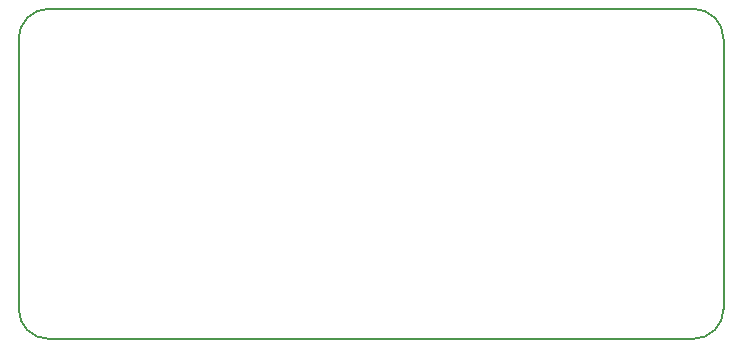
<source format=gm1>
G04 #@! TF.FileFunction,Profile,NP*
%FSLAX46Y46*%
G04 Gerber Fmt 4.6, Leading zero omitted, Abs format (unit mm)*
G04 Created by KiCad (PCBNEW 4.0.2-1.fc23-product) date Sun May  8 20:09:54 2016*
%MOMM*%
G01*
G04 APERTURE LIST*
%ADD10C,0.100000*%
%ADD11C,0.150000*%
G04 APERTURE END LIST*
D10*
D11*
X129540000Y-100330000D02*
G75*
G03X127000000Y-102870000I0J-2540000D01*
G01*
X186690000Y-102870000D02*
G75*
G03X184150000Y-100330000I-2540000J0D01*
G01*
X184150000Y-128270000D02*
G75*
G03X186690000Y-125730000I0J2540000D01*
G01*
X127000000Y-125730000D02*
G75*
G03X129540000Y-128270000I2540000J0D01*
G01*
X186690000Y-125730000D02*
X186690000Y-102870000D01*
X129540000Y-128270000D02*
X184150000Y-128270000D01*
X127000000Y-102870000D02*
X127000000Y-125730000D01*
X184150000Y-100330000D02*
X129540000Y-100330000D01*
M02*

</source>
